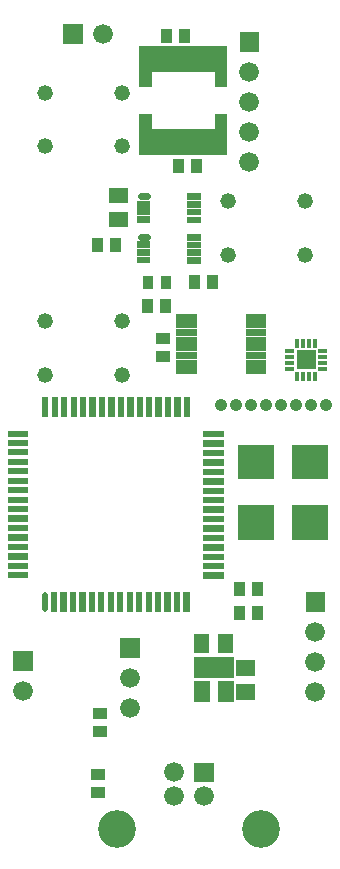
<source format=gbr>
G04 start of page 4 for group -4063 idx -4063
G04 Title: (unknown), componentmask *
G04 Creator: pcb 20080202 *
G04 CreationDate: Mon 07 Jul 2008 02:37:13 PM GMT UTC *
G04 For: sean *
G04 Format: Gerber/RS-274X *
G04 PCB-Dimensions: 130000 290000 *
G04 PCB-Coordinate-Origin: lower left *
%MOIN*%
%FSLAX24Y24*%
%LNFRONTMASK*%
%ADD13C,0.0200*%
%ADD35C,0.0660*%
%ADD36C,0.0420*%
%ADD37C,0.0520*%
%ADD38C,0.1260*%
%ADD39R,0.0360X0.0360*%
%ADD40R,0.1145X0.1145*%
%ADD41R,0.0540X0.0540*%
%ADD42R,0.0510X0.0510*%
%ADD43R,0.0210X0.0210*%
%ADD44R,0.0140X0.0140*%
%ADD45R,0.0230X0.0230*%
%ADD46C,0.0210*%
%ADD47R,0.0416X0.0416*%
%ADD48R,0.0220X0.0220*%
%ADD49C,0.0220*%
G54D35*X11730Y8080D03*
Y6080D03*
G54D13*G36*
X11400Y9410D02*Y8750D01*
X12060D01*
Y9410D01*
X11400D01*
G37*
G54D36*X8570Y15650D03*
X9070D03*
X9570D03*
X10070D03*
X10570D03*
X11070D03*
X11570D03*
X12070D03*
G54D37*X2711Y18423D03*
X5270D03*
Y16652D03*
X2711D03*
X2710Y26025D03*
Y24254D03*
G54D35*X11730Y7080D03*
G54D13*G36*
X1660Y7440D02*Y6780D01*
X2320D01*
Y7440D01*
X1660D01*
G37*
G36*
X5230Y7880D02*Y7220D01*
X5890D01*
Y7880D01*
X5230D01*
G37*
G54D35*X1990Y6110D03*
X5560Y6550D03*
Y5550D03*
G54D13*G36*
X7680Y3720D02*Y3060D01*
X8340D01*
Y3720D01*
X7680D01*
G37*
G54D35*X7010Y3390D03*
Y2590D03*
X8010D03*
G54D38*X9910Y1490D03*
X5110D03*
G54D13*G36*
X3320Y28340D02*Y27680D01*
X3980D01*
Y28340D01*
X3320D01*
G37*
G54D35*X4650Y28010D03*
G54D13*G36*
X9200Y28070D02*Y27410D01*
X9860D01*
Y28070D01*
X9200D01*
G37*
G54D35*X9530Y26740D03*
Y25740D03*
G54D37*X5269Y26025D03*
Y24254D03*
G54D35*X9530Y24740D03*
Y23740D03*
G54D37*X8810Y22423D03*
X11369D03*
Y20652D03*
X8810D03*
G54D39*X9800Y9550D02*Y9450D01*
X9200Y9550D02*Y9450D01*
X9800Y8750D02*Y8650D01*
X9200Y8750D02*Y8650D01*
G54D40*X9716Y11725D02*X9773D01*
X11506D02*X11563D01*
X9716Y13733D02*X9773D01*
X11506D02*X11563D01*
G54D41*X7960Y6980D02*Y6820D01*
X8350Y6980D02*Y6820D01*
X8740Y6980D02*Y6820D01*
Y6160D02*Y6000D01*
G54D42*X9320Y6070D02*X9460D01*
G54D41*X7960Y6160D02*Y6000D01*
G54D42*X8720Y7750D02*Y7610D01*
X7920Y7750D02*Y7610D01*
X9320Y6870D02*X9460D01*
G54D43*X8100Y9950D02*X8560D01*
X8100Y10260D02*X8560D01*
X8100Y10570D02*X8560D01*
X8100Y10890D02*X8560D01*
X8100Y11200D02*X8560D01*
X8100Y11520D02*X8560D01*
X8100Y11830D02*X8560D01*
X8100Y12150D02*X8560D01*
X8100Y12460D02*X8560D01*
X8100Y12780D02*X8560D01*
X8100Y13090D02*X8560D01*
X8100Y13410D02*X8560D01*
X8100Y13720D02*X8560D01*
X8100Y14040D02*X8560D01*
X8100Y14350D02*X8560D01*
X8100Y14670D02*X8560D01*
G54D44*X10786Y17435D02*X10951D01*
X10786Y17238D02*X10951D01*
X10786Y17041D02*X10951D01*
X10786Y16844D02*X10951D01*
X11124Y16671D02*Y16506D01*
Y17773D02*Y17608D01*
X11321Y16671D02*Y16506D01*
X11518Y16671D02*Y16506D01*
X11715Y16671D02*Y16506D01*
Y17773D02*Y17608D01*
X11518Y17773D02*Y17608D01*
X11321Y17773D02*Y17608D01*
G54D13*G36*
X11104Y17455D02*Y16824D01*
X11735D01*
Y17455D01*
X11104D01*
G37*
G54D44*X11888Y16844D02*X12053D01*
X11888Y17041D02*X12053D01*
X11888Y17238D02*X12053D01*
X11888Y17435D02*X12053D01*
G54D39*X6590Y17260D02*X6690D01*
X6590Y17860D02*X6690D01*
G54D43*X7440Y15800D02*Y15340D01*
X7130Y15800D02*Y15340D01*
X6820Y15800D02*Y15340D01*
X6500Y15800D02*Y15340D01*
X6190Y15800D02*Y15340D01*
G54D45*X7198Y18309D02*X7658D01*
X7198Y18053D02*X7658D01*
X7198Y17797D02*X7658D01*
X7198Y17542D02*X7658D01*
X7198Y17286D02*X7658D01*
X7198Y17030D02*X7658D01*
X7198Y16774D02*X7658D01*
G54D43*X5870Y15800D02*Y15340D01*
X5560Y15800D02*Y15340D01*
X5240Y15800D02*Y15340D01*
X4930Y15800D02*Y15340D01*
X4610Y15800D02*Y15340D01*
X4300Y15800D02*Y15340D01*
X3980Y15800D02*Y15340D01*
X3670Y15800D02*Y15340D01*
X3350Y15800D02*Y15340D01*
X3040Y15800D02*Y15340D01*
X2720Y15800D02*Y15340D01*
G54D45*X9521Y16774D02*X9981D01*
X9521Y17030D02*X9981D01*
X9521Y17286D02*X9981D01*
X9521Y17542D02*X9981D01*
X9521Y17797D02*X9981D01*
X9521Y18053D02*X9981D01*
X9521Y18309D02*X9981D01*
X9521Y18565D02*X9981D01*
G54D39*X4420Y2710D02*X4520D01*
X4420Y3310D02*X4520D01*
X4490Y4760D02*X4590D01*
X4490Y5360D02*X4590D01*
G54D46*X2710Y9290D02*Y8830D01*
G54D43*X3020Y9290D02*Y8830D01*
X3330Y9290D02*Y8830D01*
X3650Y9290D02*Y8830D01*
X3960Y9290D02*Y8830D01*
X4280Y9290D02*Y8830D01*
X4590Y9290D02*Y8830D01*
X4910Y9290D02*Y8830D01*
X5220Y9290D02*Y8830D01*
X5540Y9290D02*Y8830D01*
X5850Y9290D02*Y8830D01*
X6170Y9290D02*Y8830D01*
X6480Y9290D02*Y8830D01*
X6800Y9290D02*Y8830D01*
X7110Y9290D02*Y8830D01*
X7430Y9290D02*Y8830D01*
X1590Y14680D02*X2050D01*
X1590Y14370D02*X2050D01*
X1590Y14060D02*X2050D01*
X1590Y13740D02*X2050D01*
X1590Y13430D02*X2050D01*
X1590Y13110D02*X2050D01*
X1590Y12800D02*X2050D01*
X1590Y12480D02*X2050D01*
X1590Y12170D02*X2050D01*
X1590Y11850D02*X2050D01*
X1590Y11540D02*X2050D01*
X1590Y11220D02*X2050D01*
X1590Y10910D02*X2050D01*
X1590Y10590D02*X2050D01*
X1590Y10280D02*X2050D01*
X1590Y9960D02*X2050D01*
G54D39*X7370Y28000D02*Y27900D01*
X6770Y28000D02*Y27900D01*
G54D47*X8579Y27393D02*Y26429D01*
X8264Y27393D02*Y26941D01*
X7949Y27393D02*Y26941D01*
X7634Y27393D02*Y26941D01*
X7320Y27393D02*Y26941D01*
X7004Y27393D02*Y26940D01*
X6690Y27393D02*Y26941D01*
X6375Y27393D02*Y26941D01*
X6060Y27393D02*Y26429D01*
G54D39*X8310Y19780D02*Y19680D01*
X7710Y19780D02*Y19680D01*
G54D48*X7570Y20460D02*X7790D01*
X7570Y20720D02*X7790D01*
X7570Y20970D02*X7790D01*
X7570Y21230D02*X7790D01*
G54D39*X6720Y18980D02*Y18880D01*
X6750Y19770D02*Y19670D01*
G54D45*X7198Y18565D02*X7658D01*
G54D39*X6120Y18980D02*Y18880D01*
X6150Y19770D02*Y19670D01*
G54D49*X5900Y21240D02*X6120D01*
G54D48*X5900Y20980D02*X6120D01*
X5900Y20730D02*X6120D01*
X5900Y20470D02*X6120D01*
G54D42*X5090Y21820D02*X5230D01*
X5090Y22620D02*X5230D01*
G54D39*X4470Y21030D02*Y20930D01*
X5070Y21030D02*Y20930D01*
G54D49*X5900Y22590D02*X6120D01*
G54D48*X5900Y22330D02*X6120D01*
X5900Y22080D02*X6120D01*
X5900Y21820D02*X6120D01*
X7570Y21810D02*X7790D01*
X7570Y22070D02*X7790D01*
X7570Y22320D02*X7790D01*
X7570Y22580D02*X7790D01*
G54D39*X7770Y23650D02*Y23550D01*
X7170Y23650D02*Y23550D01*
G54D47*X6060Y25130D02*Y24165D01*
X6375Y24618D02*Y24165D01*
X6690Y24618D02*Y24165D01*
X7004Y24618D02*Y24165D01*
X7320Y24618D02*Y24165D01*
X7634Y24618D02*Y24165D01*
X7949Y24618D02*Y24165D01*
X8264Y24618D02*Y24165D01*
X8579Y25130D02*Y24165D01*
M02*

</source>
